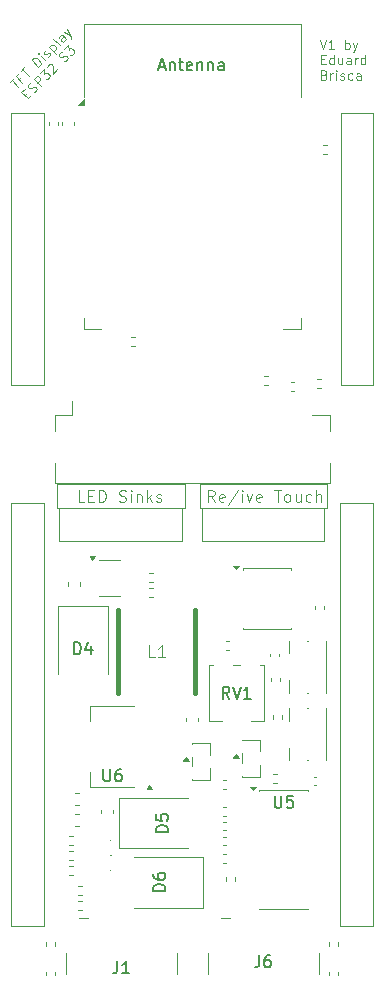
<source format=gbr>
%TF.GenerationSoftware,KiCad,Pcbnew,9.0.6*%
%TF.CreationDate,2025-12-28T21:38:09+00:00*%
%TF.ProjectId,ESP32 S3,45535033-3220-4533-932e-6b696361645f,rev?*%
%TF.SameCoordinates,Original*%
%TF.FileFunction,Legend,Top*%
%TF.FilePolarity,Positive*%
%FSLAX46Y46*%
G04 Gerber Fmt 4.6, Leading zero omitted, Abs format (unit mm)*
G04 Created by KiCad (PCBNEW 9.0.6) date 2025-12-28 21:38:09*
%MOMM*%
%LPD*%
G01*
G04 APERTURE LIST*
%ADD10C,0.100000*%
%ADD11C,0.150000*%
%ADD12C,0.120000*%
%ADD13C,0.400000*%
G04 APERTURE END LIST*
D10*
X104650000Y-94600000D02*
X107450000Y-94600000D01*
X107450000Y-117700000D01*
X104650000Y-117700000D01*
X104650000Y-94600000D01*
X132600000Y-94600000D02*
X135350000Y-94600000D01*
X135350000Y-117700000D01*
X132600000Y-117700000D01*
X132600000Y-94600000D01*
X108570000Y-126035000D02*
X119365000Y-126035000D01*
X119365000Y-128100000D01*
X108570000Y-128100000D01*
X108570000Y-126035000D01*
X120635000Y-126035000D02*
X131430000Y-126035000D01*
X131430000Y-128100000D01*
X120635000Y-128100000D01*
X120635000Y-126035000D01*
X104650000Y-127650000D02*
X107450000Y-127650000D01*
X107450000Y-163450000D01*
X104650000Y-163450000D01*
X104650000Y-127650000D01*
X120800000Y-128100000D02*
X131200000Y-128100000D01*
X131200000Y-130900000D01*
X120800000Y-130900000D01*
X120800000Y-128100000D01*
X108750000Y-128100000D02*
X119150000Y-128100000D01*
X119150000Y-130900000D01*
X108750000Y-130900000D01*
X108750000Y-128100000D01*
X132550000Y-127650000D02*
X135350000Y-127650000D01*
X135350000Y-163450000D01*
X132550000Y-163450000D01*
X132550000Y-127650000D01*
X130791979Y-88420985D02*
X131058646Y-89220985D01*
X131058646Y-89220985D02*
X131325312Y-88420985D01*
X132011026Y-89220985D02*
X131553883Y-89220985D01*
X131782455Y-89220985D02*
X131782455Y-88420985D01*
X131782455Y-88420985D02*
X131706264Y-88535270D01*
X131706264Y-88535270D02*
X131630074Y-88611461D01*
X131630074Y-88611461D02*
X131553883Y-88649556D01*
X132963408Y-89220985D02*
X132963408Y-88420985D01*
X132963408Y-88725747D02*
X133039598Y-88687651D01*
X133039598Y-88687651D02*
X133191979Y-88687651D01*
X133191979Y-88687651D02*
X133268170Y-88725747D01*
X133268170Y-88725747D02*
X133306265Y-88763842D01*
X133306265Y-88763842D02*
X133344360Y-88840032D01*
X133344360Y-88840032D02*
X133344360Y-89068604D01*
X133344360Y-89068604D02*
X133306265Y-89144794D01*
X133306265Y-89144794D02*
X133268170Y-89182890D01*
X133268170Y-89182890D02*
X133191979Y-89220985D01*
X133191979Y-89220985D02*
X133039598Y-89220985D01*
X133039598Y-89220985D02*
X132963408Y-89182890D01*
X133611027Y-88687651D02*
X133801503Y-89220985D01*
X133991980Y-88687651D02*
X133801503Y-89220985D01*
X133801503Y-89220985D02*
X133725313Y-89411461D01*
X133725313Y-89411461D02*
X133687218Y-89449556D01*
X133687218Y-89449556D02*
X133611027Y-89487651D01*
X130906265Y-90089892D02*
X131172931Y-90089892D01*
X131287217Y-90508940D02*
X130906265Y-90508940D01*
X130906265Y-90508940D02*
X130906265Y-89708940D01*
X130906265Y-89708940D02*
X131287217Y-89708940D01*
X131972932Y-90508940D02*
X131972932Y-89708940D01*
X131972932Y-90470845D02*
X131896741Y-90508940D01*
X131896741Y-90508940D02*
X131744360Y-90508940D01*
X131744360Y-90508940D02*
X131668170Y-90470845D01*
X131668170Y-90470845D02*
X131630075Y-90432749D01*
X131630075Y-90432749D02*
X131591979Y-90356559D01*
X131591979Y-90356559D02*
X131591979Y-90127987D01*
X131591979Y-90127987D02*
X131630075Y-90051797D01*
X131630075Y-90051797D02*
X131668170Y-90013702D01*
X131668170Y-90013702D02*
X131744360Y-89975606D01*
X131744360Y-89975606D02*
X131896741Y-89975606D01*
X131896741Y-89975606D02*
X131972932Y-90013702D01*
X132696742Y-89975606D02*
X132696742Y-90508940D01*
X132353885Y-89975606D02*
X132353885Y-90394654D01*
X132353885Y-90394654D02*
X132391980Y-90470845D01*
X132391980Y-90470845D02*
X132468170Y-90508940D01*
X132468170Y-90508940D02*
X132582456Y-90508940D01*
X132582456Y-90508940D02*
X132658647Y-90470845D01*
X132658647Y-90470845D02*
X132696742Y-90432749D01*
X133420552Y-90508940D02*
X133420552Y-90089892D01*
X133420552Y-90089892D02*
X133382457Y-90013702D01*
X133382457Y-90013702D02*
X133306266Y-89975606D01*
X133306266Y-89975606D02*
X133153885Y-89975606D01*
X133153885Y-89975606D02*
X133077695Y-90013702D01*
X133420552Y-90470845D02*
X133344361Y-90508940D01*
X133344361Y-90508940D02*
X133153885Y-90508940D01*
X133153885Y-90508940D02*
X133077695Y-90470845D01*
X133077695Y-90470845D02*
X133039599Y-90394654D01*
X133039599Y-90394654D02*
X133039599Y-90318464D01*
X133039599Y-90318464D02*
X133077695Y-90242273D01*
X133077695Y-90242273D02*
X133153885Y-90204178D01*
X133153885Y-90204178D02*
X133344361Y-90204178D01*
X133344361Y-90204178D02*
X133420552Y-90166083D01*
X133801505Y-90508940D02*
X133801505Y-89975606D01*
X133801505Y-90127987D02*
X133839600Y-90051797D01*
X133839600Y-90051797D02*
X133877695Y-90013702D01*
X133877695Y-90013702D02*
X133953886Y-89975606D01*
X133953886Y-89975606D02*
X134030076Y-89975606D01*
X134639600Y-90508940D02*
X134639600Y-89708940D01*
X134639600Y-90470845D02*
X134563409Y-90508940D01*
X134563409Y-90508940D02*
X134411028Y-90508940D01*
X134411028Y-90508940D02*
X134334838Y-90470845D01*
X134334838Y-90470845D02*
X134296743Y-90432749D01*
X134296743Y-90432749D02*
X134258647Y-90356559D01*
X134258647Y-90356559D02*
X134258647Y-90127987D01*
X134258647Y-90127987D02*
X134296743Y-90051797D01*
X134296743Y-90051797D02*
X134334838Y-90013702D01*
X134334838Y-90013702D02*
X134411028Y-89975606D01*
X134411028Y-89975606D02*
X134563409Y-89975606D01*
X134563409Y-89975606D02*
X134639600Y-90013702D01*
X131172931Y-91377847D02*
X131287217Y-91415942D01*
X131287217Y-91415942D02*
X131325312Y-91454038D01*
X131325312Y-91454038D02*
X131363408Y-91530228D01*
X131363408Y-91530228D02*
X131363408Y-91644514D01*
X131363408Y-91644514D02*
X131325312Y-91720704D01*
X131325312Y-91720704D02*
X131287217Y-91758800D01*
X131287217Y-91758800D02*
X131211027Y-91796895D01*
X131211027Y-91796895D02*
X130906265Y-91796895D01*
X130906265Y-91796895D02*
X130906265Y-90996895D01*
X130906265Y-90996895D02*
X131172931Y-90996895D01*
X131172931Y-90996895D02*
X131249122Y-91034990D01*
X131249122Y-91034990D02*
X131287217Y-91073085D01*
X131287217Y-91073085D02*
X131325312Y-91149276D01*
X131325312Y-91149276D02*
X131325312Y-91225466D01*
X131325312Y-91225466D02*
X131287217Y-91301657D01*
X131287217Y-91301657D02*
X131249122Y-91339752D01*
X131249122Y-91339752D02*
X131172931Y-91377847D01*
X131172931Y-91377847D02*
X130906265Y-91377847D01*
X131706265Y-91796895D02*
X131706265Y-91263561D01*
X131706265Y-91415942D02*
X131744360Y-91339752D01*
X131744360Y-91339752D02*
X131782455Y-91301657D01*
X131782455Y-91301657D02*
X131858646Y-91263561D01*
X131858646Y-91263561D02*
X131934836Y-91263561D01*
X132201503Y-91796895D02*
X132201503Y-91263561D01*
X132201503Y-90996895D02*
X132163407Y-91034990D01*
X132163407Y-91034990D02*
X132201503Y-91073085D01*
X132201503Y-91073085D02*
X132239598Y-91034990D01*
X132239598Y-91034990D02*
X132201503Y-90996895D01*
X132201503Y-90996895D02*
X132201503Y-91073085D01*
X132544359Y-91758800D02*
X132620550Y-91796895D01*
X132620550Y-91796895D02*
X132772931Y-91796895D01*
X132772931Y-91796895D02*
X132849121Y-91758800D01*
X132849121Y-91758800D02*
X132887217Y-91682609D01*
X132887217Y-91682609D02*
X132887217Y-91644514D01*
X132887217Y-91644514D02*
X132849121Y-91568323D01*
X132849121Y-91568323D02*
X132772931Y-91530228D01*
X132772931Y-91530228D02*
X132658645Y-91530228D01*
X132658645Y-91530228D02*
X132582455Y-91492133D01*
X132582455Y-91492133D02*
X132544359Y-91415942D01*
X132544359Y-91415942D02*
X132544359Y-91377847D01*
X132544359Y-91377847D02*
X132582455Y-91301657D01*
X132582455Y-91301657D02*
X132658645Y-91263561D01*
X132658645Y-91263561D02*
X132772931Y-91263561D01*
X132772931Y-91263561D02*
X132849121Y-91301657D01*
X133572931Y-91758800D02*
X133496740Y-91796895D01*
X133496740Y-91796895D02*
X133344359Y-91796895D01*
X133344359Y-91796895D02*
X133268169Y-91758800D01*
X133268169Y-91758800D02*
X133230074Y-91720704D01*
X133230074Y-91720704D02*
X133191978Y-91644514D01*
X133191978Y-91644514D02*
X133191978Y-91415942D01*
X133191978Y-91415942D02*
X133230074Y-91339752D01*
X133230074Y-91339752D02*
X133268169Y-91301657D01*
X133268169Y-91301657D02*
X133344359Y-91263561D01*
X133344359Y-91263561D02*
X133496740Y-91263561D01*
X133496740Y-91263561D02*
X133572931Y-91301657D01*
X134258645Y-91796895D02*
X134258645Y-91377847D01*
X134258645Y-91377847D02*
X134220550Y-91301657D01*
X134220550Y-91301657D02*
X134144359Y-91263561D01*
X134144359Y-91263561D02*
X133991978Y-91263561D01*
X133991978Y-91263561D02*
X133915788Y-91301657D01*
X134258645Y-91758800D02*
X134182454Y-91796895D01*
X134182454Y-91796895D02*
X133991978Y-91796895D01*
X133991978Y-91796895D02*
X133915788Y-91758800D01*
X133915788Y-91758800D02*
X133877692Y-91682609D01*
X133877692Y-91682609D02*
X133877692Y-91606419D01*
X133877692Y-91606419D02*
X133915788Y-91530228D01*
X133915788Y-91530228D02*
X133991978Y-91492133D01*
X133991978Y-91492133D02*
X134182454Y-91492133D01*
X134182454Y-91492133D02*
X134258645Y-91454038D01*
X121891312Y-127558419D02*
X121557979Y-127082228D01*
X121319884Y-127558419D02*
X121319884Y-126558419D01*
X121319884Y-126558419D02*
X121700836Y-126558419D01*
X121700836Y-126558419D02*
X121796074Y-126606038D01*
X121796074Y-126606038D02*
X121843693Y-126653657D01*
X121843693Y-126653657D02*
X121891312Y-126748895D01*
X121891312Y-126748895D02*
X121891312Y-126891752D01*
X121891312Y-126891752D02*
X121843693Y-126986990D01*
X121843693Y-126986990D02*
X121796074Y-127034609D01*
X121796074Y-127034609D02*
X121700836Y-127082228D01*
X121700836Y-127082228D02*
X121319884Y-127082228D01*
X122700836Y-127510800D02*
X122605598Y-127558419D01*
X122605598Y-127558419D02*
X122415122Y-127558419D01*
X122415122Y-127558419D02*
X122319884Y-127510800D01*
X122319884Y-127510800D02*
X122272265Y-127415561D01*
X122272265Y-127415561D02*
X122272265Y-127034609D01*
X122272265Y-127034609D02*
X122319884Y-126939371D01*
X122319884Y-126939371D02*
X122415122Y-126891752D01*
X122415122Y-126891752D02*
X122605598Y-126891752D01*
X122605598Y-126891752D02*
X122700836Y-126939371D01*
X122700836Y-126939371D02*
X122748455Y-127034609D01*
X122748455Y-127034609D02*
X122748455Y-127129847D01*
X122748455Y-127129847D02*
X122272265Y-127225085D01*
X123891312Y-126510800D02*
X123034170Y-127796514D01*
X124224646Y-127558419D02*
X124224646Y-126891752D01*
X124224646Y-126558419D02*
X124177027Y-126606038D01*
X124177027Y-126606038D02*
X124224646Y-126653657D01*
X124224646Y-126653657D02*
X124272265Y-126606038D01*
X124272265Y-126606038D02*
X124224646Y-126558419D01*
X124224646Y-126558419D02*
X124224646Y-126653657D01*
X124605598Y-126891752D02*
X124843693Y-127558419D01*
X124843693Y-127558419D02*
X125081788Y-126891752D01*
X125843693Y-127510800D02*
X125748455Y-127558419D01*
X125748455Y-127558419D02*
X125557979Y-127558419D01*
X125557979Y-127558419D02*
X125462741Y-127510800D01*
X125462741Y-127510800D02*
X125415122Y-127415561D01*
X125415122Y-127415561D02*
X125415122Y-127034609D01*
X125415122Y-127034609D02*
X125462741Y-126939371D01*
X125462741Y-126939371D02*
X125557979Y-126891752D01*
X125557979Y-126891752D02*
X125748455Y-126891752D01*
X125748455Y-126891752D02*
X125843693Y-126939371D01*
X125843693Y-126939371D02*
X125891312Y-127034609D01*
X125891312Y-127034609D02*
X125891312Y-127129847D01*
X125891312Y-127129847D02*
X125415122Y-127225085D01*
X126938932Y-126558419D02*
X127510360Y-126558419D01*
X127224646Y-127558419D02*
X127224646Y-126558419D01*
X127986551Y-127558419D02*
X127891313Y-127510800D01*
X127891313Y-127510800D02*
X127843694Y-127463180D01*
X127843694Y-127463180D02*
X127796075Y-127367942D01*
X127796075Y-127367942D02*
X127796075Y-127082228D01*
X127796075Y-127082228D02*
X127843694Y-126986990D01*
X127843694Y-126986990D02*
X127891313Y-126939371D01*
X127891313Y-126939371D02*
X127986551Y-126891752D01*
X127986551Y-126891752D02*
X128129408Y-126891752D01*
X128129408Y-126891752D02*
X128224646Y-126939371D01*
X128224646Y-126939371D02*
X128272265Y-126986990D01*
X128272265Y-126986990D02*
X128319884Y-127082228D01*
X128319884Y-127082228D02*
X128319884Y-127367942D01*
X128319884Y-127367942D02*
X128272265Y-127463180D01*
X128272265Y-127463180D02*
X128224646Y-127510800D01*
X128224646Y-127510800D02*
X128129408Y-127558419D01*
X128129408Y-127558419D02*
X127986551Y-127558419D01*
X129177027Y-126891752D02*
X129177027Y-127558419D01*
X128748456Y-126891752D02*
X128748456Y-127415561D01*
X128748456Y-127415561D02*
X128796075Y-127510800D01*
X128796075Y-127510800D02*
X128891313Y-127558419D01*
X128891313Y-127558419D02*
X129034170Y-127558419D01*
X129034170Y-127558419D02*
X129129408Y-127510800D01*
X129129408Y-127510800D02*
X129177027Y-127463180D01*
X130081789Y-127510800D02*
X129986551Y-127558419D01*
X129986551Y-127558419D02*
X129796075Y-127558419D01*
X129796075Y-127558419D02*
X129700837Y-127510800D01*
X129700837Y-127510800D02*
X129653218Y-127463180D01*
X129653218Y-127463180D02*
X129605599Y-127367942D01*
X129605599Y-127367942D02*
X129605599Y-127082228D01*
X129605599Y-127082228D02*
X129653218Y-126986990D01*
X129653218Y-126986990D02*
X129700837Y-126939371D01*
X129700837Y-126939371D02*
X129796075Y-126891752D01*
X129796075Y-126891752D02*
X129986551Y-126891752D01*
X129986551Y-126891752D02*
X130081789Y-126939371D01*
X130510361Y-127558419D02*
X130510361Y-126558419D01*
X130938932Y-127558419D02*
X130938932Y-127034609D01*
X130938932Y-127034609D02*
X130891313Y-126939371D01*
X130891313Y-126939371D02*
X130796075Y-126891752D01*
X130796075Y-126891752D02*
X130653218Y-126891752D01*
X130653218Y-126891752D02*
X130557980Y-126939371D01*
X130557980Y-126939371D02*
X130510361Y-126986990D01*
X110874074Y-127558419D02*
X110397884Y-127558419D01*
X110397884Y-127558419D02*
X110397884Y-126558419D01*
X111207408Y-127034609D02*
X111540741Y-127034609D01*
X111683598Y-127558419D02*
X111207408Y-127558419D01*
X111207408Y-127558419D02*
X111207408Y-126558419D01*
X111207408Y-126558419D02*
X111683598Y-126558419D01*
X112112170Y-127558419D02*
X112112170Y-126558419D01*
X112112170Y-126558419D02*
X112350265Y-126558419D01*
X112350265Y-126558419D02*
X112493122Y-126606038D01*
X112493122Y-126606038D02*
X112588360Y-126701276D01*
X112588360Y-126701276D02*
X112635979Y-126796514D01*
X112635979Y-126796514D02*
X112683598Y-126986990D01*
X112683598Y-126986990D02*
X112683598Y-127129847D01*
X112683598Y-127129847D02*
X112635979Y-127320323D01*
X112635979Y-127320323D02*
X112588360Y-127415561D01*
X112588360Y-127415561D02*
X112493122Y-127510800D01*
X112493122Y-127510800D02*
X112350265Y-127558419D01*
X112350265Y-127558419D02*
X112112170Y-127558419D01*
X113826456Y-127510800D02*
X113969313Y-127558419D01*
X113969313Y-127558419D02*
X114207408Y-127558419D01*
X114207408Y-127558419D02*
X114302646Y-127510800D01*
X114302646Y-127510800D02*
X114350265Y-127463180D01*
X114350265Y-127463180D02*
X114397884Y-127367942D01*
X114397884Y-127367942D02*
X114397884Y-127272704D01*
X114397884Y-127272704D02*
X114350265Y-127177466D01*
X114350265Y-127177466D02*
X114302646Y-127129847D01*
X114302646Y-127129847D02*
X114207408Y-127082228D01*
X114207408Y-127082228D02*
X114016932Y-127034609D01*
X114016932Y-127034609D02*
X113921694Y-126986990D01*
X113921694Y-126986990D02*
X113874075Y-126939371D01*
X113874075Y-126939371D02*
X113826456Y-126844133D01*
X113826456Y-126844133D02*
X113826456Y-126748895D01*
X113826456Y-126748895D02*
X113874075Y-126653657D01*
X113874075Y-126653657D02*
X113921694Y-126606038D01*
X113921694Y-126606038D02*
X114016932Y-126558419D01*
X114016932Y-126558419D02*
X114255027Y-126558419D01*
X114255027Y-126558419D02*
X114397884Y-126606038D01*
X114826456Y-127558419D02*
X114826456Y-126891752D01*
X114826456Y-126558419D02*
X114778837Y-126606038D01*
X114778837Y-126606038D02*
X114826456Y-126653657D01*
X114826456Y-126653657D02*
X114874075Y-126606038D01*
X114874075Y-126606038D02*
X114826456Y-126558419D01*
X114826456Y-126558419D02*
X114826456Y-126653657D01*
X115302646Y-126891752D02*
X115302646Y-127558419D01*
X115302646Y-126986990D02*
X115350265Y-126939371D01*
X115350265Y-126939371D02*
X115445503Y-126891752D01*
X115445503Y-126891752D02*
X115588360Y-126891752D01*
X115588360Y-126891752D02*
X115683598Y-126939371D01*
X115683598Y-126939371D02*
X115731217Y-127034609D01*
X115731217Y-127034609D02*
X115731217Y-127558419D01*
X116207408Y-127558419D02*
X116207408Y-126558419D01*
X116302646Y-127177466D02*
X116588360Y-127558419D01*
X116588360Y-126891752D02*
X116207408Y-127272704D01*
X116969313Y-127510800D02*
X117064551Y-127558419D01*
X117064551Y-127558419D02*
X117255027Y-127558419D01*
X117255027Y-127558419D02*
X117350265Y-127510800D01*
X117350265Y-127510800D02*
X117397884Y-127415561D01*
X117397884Y-127415561D02*
X117397884Y-127367942D01*
X117397884Y-127367942D02*
X117350265Y-127272704D01*
X117350265Y-127272704D02*
X117255027Y-127225085D01*
X117255027Y-127225085D02*
X117112170Y-127225085D01*
X117112170Y-127225085D02*
X117016932Y-127177466D01*
X117016932Y-127177466D02*
X116969313Y-127082228D01*
X116969313Y-127082228D02*
X116969313Y-127034609D01*
X116969313Y-127034609D02*
X117016932Y-126939371D01*
X117016932Y-126939371D02*
X117112170Y-126891752D01*
X117112170Y-126891752D02*
X117255027Y-126891752D01*
X117255027Y-126891752D02*
X117350265Y-126939371D01*
X104551081Y-92000291D02*
X104874329Y-91677043D01*
X105278390Y-92404352D02*
X104712705Y-91838667D01*
X105520827Y-91569293D02*
X105332265Y-91757855D01*
X105628577Y-92054166D02*
X105062891Y-91488481D01*
X105062891Y-91488481D02*
X105332265Y-91219107D01*
X105466952Y-91084420D02*
X105790201Y-90761171D01*
X106194262Y-91488481D02*
X105628577Y-90922795D01*
X106975447Y-90707296D02*
X106409762Y-90141610D01*
X106409762Y-90141610D02*
X106544449Y-90006923D01*
X106544449Y-90006923D02*
X106652198Y-89953049D01*
X106652198Y-89953049D02*
X106759948Y-89953049D01*
X106759948Y-89953049D02*
X106840760Y-89979986D01*
X106840760Y-89979986D02*
X106975447Y-90060798D01*
X106975447Y-90060798D02*
X107056259Y-90141610D01*
X107056259Y-90141610D02*
X107137071Y-90276297D01*
X107137071Y-90276297D02*
X107164009Y-90357110D01*
X107164009Y-90357110D02*
X107164009Y-90464859D01*
X107164009Y-90464859D02*
X107110134Y-90572609D01*
X107110134Y-90572609D02*
X106975447Y-90707296D01*
X107541132Y-90141610D02*
X107164009Y-89764487D01*
X106975447Y-89575925D02*
X106975447Y-89629800D01*
X106975447Y-89629800D02*
X107029322Y-89629800D01*
X107029322Y-89629800D02*
X107029322Y-89575925D01*
X107029322Y-89575925D02*
X106975447Y-89575925D01*
X106975447Y-89575925D02*
X107029322Y-89629800D01*
X107756631Y-89872237D02*
X107837444Y-89845299D01*
X107837444Y-89845299D02*
X107945193Y-89737550D01*
X107945193Y-89737550D02*
X107972131Y-89656738D01*
X107972131Y-89656738D02*
X107945193Y-89575925D01*
X107945193Y-89575925D02*
X107918256Y-89548988D01*
X107918256Y-89548988D02*
X107837444Y-89522051D01*
X107837444Y-89522051D02*
X107756631Y-89548988D01*
X107756631Y-89548988D02*
X107675819Y-89629800D01*
X107675819Y-89629800D02*
X107595007Y-89656738D01*
X107595007Y-89656738D02*
X107514195Y-89629800D01*
X107514195Y-89629800D02*
X107487257Y-89602863D01*
X107487257Y-89602863D02*
X107460320Y-89522051D01*
X107460320Y-89522051D02*
X107487257Y-89441238D01*
X107487257Y-89441238D02*
X107568070Y-89360426D01*
X107568070Y-89360426D02*
X107648882Y-89333489D01*
X107891318Y-89037177D02*
X108457004Y-89602863D01*
X107918256Y-89064115D02*
X107945193Y-88983303D01*
X107945193Y-88983303D02*
X108052943Y-88875553D01*
X108052943Y-88875553D02*
X108133755Y-88848616D01*
X108133755Y-88848616D02*
X108187630Y-88848616D01*
X108187630Y-88848616D02*
X108268442Y-88875553D01*
X108268442Y-88875553D02*
X108430066Y-89037177D01*
X108430066Y-89037177D02*
X108457004Y-89117990D01*
X108457004Y-89117990D02*
X108457004Y-89171864D01*
X108457004Y-89171864D02*
X108430066Y-89252677D01*
X108430066Y-89252677D02*
X108322317Y-89360426D01*
X108322317Y-89360426D02*
X108241505Y-89387364D01*
X108861065Y-88821678D02*
X108780253Y-88848615D01*
X108780253Y-88848615D02*
X108699441Y-88821678D01*
X108699441Y-88821678D02*
X108214567Y-88336805D01*
X109319001Y-88363742D02*
X109022690Y-88067430D01*
X109022690Y-88067430D02*
X108941878Y-88040493D01*
X108941878Y-88040493D02*
X108861065Y-88067430D01*
X108861065Y-88067430D02*
X108753316Y-88175180D01*
X108753316Y-88175180D02*
X108726378Y-88255992D01*
X109292064Y-88336804D02*
X109265126Y-88417616D01*
X109265126Y-88417616D02*
X109130439Y-88552303D01*
X109130439Y-88552303D02*
X109049627Y-88579241D01*
X109049627Y-88579241D02*
X108968815Y-88552303D01*
X108968815Y-88552303D02*
X108914940Y-88498429D01*
X108914940Y-88498429D02*
X108888003Y-88417616D01*
X108888003Y-88417616D02*
X108914940Y-88336804D01*
X108914940Y-88336804D02*
X109049627Y-88202117D01*
X109049627Y-88202117D02*
X109076565Y-88121305D01*
X109157377Y-87771119D02*
X109669188Y-88013555D01*
X109426751Y-87501745D02*
X109669188Y-88013555D01*
X109669188Y-88013555D02*
X109750000Y-88202117D01*
X109750000Y-88202117D02*
X109750000Y-88255992D01*
X109750000Y-88255992D02*
X109723063Y-88336804D01*
X105811989Y-93099575D02*
X106000551Y-92911013D01*
X106377674Y-93126513D02*
X106108300Y-93395887D01*
X106108300Y-93395887D02*
X105542615Y-92830201D01*
X105542615Y-92830201D02*
X105811989Y-92560827D01*
X106566236Y-92884076D02*
X106673986Y-92830201D01*
X106673986Y-92830201D02*
X106808673Y-92695514D01*
X106808673Y-92695514D02*
X106835610Y-92614702D01*
X106835610Y-92614702D02*
X106835610Y-92560827D01*
X106835610Y-92560827D02*
X106808673Y-92480015D01*
X106808673Y-92480015D02*
X106754798Y-92426140D01*
X106754798Y-92426140D02*
X106673986Y-92399202D01*
X106673986Y-92399202D02*
X106620111Y-92399202D01*
X106620111Y-92399202D02*
X106539299Y-92426140D01*
X106539299Y-92426140D02*
X106404612Y-92506952D01*
X106404612Y-92506952D02*
X106323800Y-92533889D01*
X106323800Y-92533889D02*
X106269925Y-92533889D01*
X106269925Y-92533889D02*
X106189113Y-92506952D01*
X106189113Y-92506952D02*
X106135238Y-92453077D01*
X106135238Y-92453077D02*
X106108301Y-92372265D01*
X106108301Y-92372265D02*
X106108301Y-92318390D01*
X106108301Y-92318390D02*
X106135238Y-92237578D01*
X106135238Y-92237578D02*
X106269925Y-92102891D01*
X106269925Y-92102891D02*
X106377675Y-92049016D01*
X107158859Y-92345327D02*
X106593174Y-91779642D01*
X106593174Y-91779642D02*
X106808673Y-91564143D01*
X106808673Y-91564143D02*
X106889485Y-91537205D01*
X106889485Y-91537205D02*
X106943360Y-91537205D01*
X106943360Y-91537205D02*
X107024172Y-91564143D01*
X107024172Y-91564143D02*
X107104985Y-91644955D01*
X107104985Y-91644955D02*
X107131922Y-91725767D01*
X107131922Y-91725767D02*
X107131922Y-91779642D01*
X107131922Y-91779642D02*
X107104985Y-91860454D01*
X107104985Y-91860454D02*
X106889485Y-92075953D01*
X107104985Y-91267831D02*
X107455171Y-90917645D01*
X107455171Y-90917645D02*
X107482108Y-91321706D01*
X107482108Y-91321706D02*
X107562920Y-91240894D01*
X107562920Y-91240894D02*
X107643733Y-91213957D01*
X107643733Y-91213957D02*
X107697607Y-91213957D01*
X107697607Y-91213957D02*
X107778420Y-91240894D01*
X107778420Y-91240894D02*
X107913107Y-91375581D01*
X107913107Y-91375581D02*
X107940044Y-91456393D01*
X107940044Y-91456393D02*
X107940044Y-91510268D01*
X107940044Y-91510268D02*
X107913107Y-91591080D01*
X107913107Y-91591080D02*
X107751482Y-91752705D01*
X107751482Y-91752705D02*
X107670670Y-91779642D01*
X107670670Y-91779642D02*
X107616795Y-91779642D01*
X107724545Y-90756021D02*
X107724545Y-90702146D01*
X107724545Y-90702146D02*
X107751482Y-90621334D01*
X107751482Y-90621334D02*
X107886169Y-90486647D01*
X107886169Y-90486647D02*
X107966982Y-90459709D01*
X107966982Y-90459709D02*
X108020856Y-90459709D01*
X108020856Y-90459709D02*
X108101669Y-90486647D01*
X108101669Y-90486647D02*
X108155543Y-90540521D01*
X108155543Y-90540521D02*
X108209418Y-90648271D01*
X108209418Y-90648271D02*
X108209418Y-91294769D01*
X108209418Y-91294769D02*
X108559604Y-90944582D01*
X109179165Y-90271147D02*
X109286915Y-90217272D01*
X109286915Y-90217272D02*
X109421602Y-90082585D01*
X109421602Y-90082585D02*
X109448539Y-90001773D01*
X109448539Y-90001773D02*
X109448539Y-89947898D01*
X109448539Y-89947898D02*
X109421602Y-89867086D01*
X109421602Y-89867086D02*
X109367727Y-89813211D01*
X109367727Y-89813211D02*
X109286915Y-89786274D01*
X109286915Y-89786274D02*
X109233040Y-89786274D01*
X109233040Y-89786274D02*
X109152228Y-89813211D01*
X109152228Y-89813211D02*
X109017541Y-89894023D01*
X109017541Y-89894023D02*
X108936728Y-89920961D01*
X108936728Y-89920961D02*
X108882854Y-89920961D01*
X108882854Y-89920961D02*
X108802041Y-89894023D01*
X108802041Y-89894023D02*
X108748167Y-89840149D01*
X108748167Y-89840149D02*
X108721229Y-89759336D01*
X108721229Y-89759336D02*
X108721229Y-89705462D01*
X108721229Y-89705462D02*
X108748167Y-89624649D01*
X108748167Y-89624649D02*
X108882854Y-89489962D01*
X108882854Y-89489962D02*
X108990603Y-89436088D01*
X109152228Y-89220588D02*
X109502414Y-88870402D01*
X109502414Y-88870402D02*
X109529351Y-89274463D01*
X109529351Y-89274463D02*
X109610164Y-89193651D01*
X109610164Y-89193651D02*
X109690976Y-89166713D01*
X109690976Y-89166713D02*
X109744851Y-89166713D01*
X109744851Y-89166713D02*
X109825663Y-89193651D01*
X109825663Y-89193651D02*
X109960350Y-89328338D01*
X109960350Y-89328338D02*
X109987287Y-89409150D01*
X109987287Y-89409150D02*
X109987287Y-89463025D01*
X109987287Y-89463025D02*
X109960350Y-89543837D01*
X109960350Y-89543837D02*
X109798725Y-89705461D01*
X109798725Y-89705461D02*
X109717913Y-89732399D01*
X109717913Y-89732399D02*
X109664038Y-89732399D01*
D11*
X126988095Y-152454819D02*
X126988095Y-153264342D01*
X126988095Y-153264342D02*
X127035714Y-153359580D01*
X127035714Y-153359580D02*
X127083333Y-153407200D01*
X127083333Y-153407200D02*
X127178571Y-153454819D01*
X127178571Y-153454819D02*
X127369047Y-153454819D01*
X127369047Y-153454819D02*
X127464285Y-153407200D01*
X127464285Y-153407200D02*
X127511904Y-153359580D01*
X127511904Y-153359580D02*
X127559523Y-153264342D01*
X127559523Y-153264342D02*
X127559523Y-152454819D01*
X128511904Y-152454819D02*
X128035714Y-152454819D01*
X128035714Y-152454819D02*
X127988095Y-152931009D01*
X127988095Y-152931009D02*
X128035714Y-152883390D01*
X128035714Y-152883390D02*
X128130952Y-152835771D01*
X128130952Y-152835771D02*
X128369047Y-152835771D01*
X128369047Y-152835771D02*
X128464285Y-152883390D01*
X128464285Y-152883390D02*
X128511904Y-152931009D01*
X128511904Y-152931009D02*
X128559523Y-153026247D01*
X128559523Y-153026247D02*
X128559523Y-153264342D01*
X128559523Y-153264342D02*
X128511904Y-153359580D01*
X128511904Y-153359580D02*
X128464285Y-153407200D01*
X128464285Y-153407200D02*
X128369047Y-153454819D01*
X128369047Y-153454819D02*
X128130952Y-153454819D01*
X128130952Y-153454819D02*
X128035714Y-153407200D01*
X128035714Y-153407200D02*
X127988095Y-153359580D01*
X117704819Y-160488094D02*
X116704819Y-160488094D01*
X116704819Y-160488094D02*
X116704819Y-160249999D01*
X116704819Y-160249999D02*
X116752438Y-160107142D01*
X116752438Y-160107142D02*
X116847676Y-160011904D01*
X116847676Y-160011904D02*
X116942914Y-159964285D01*
X116942914Y-159964285D02*
X117133390Y-159916666D01*
X117133390Y-159916666D02*
X117276247Y-159916666D01*
X117276247Y-159916666D02*
X117466723Y-159964285D01*
X117466723Y-159964285D02*
X117561961Y-160011904D01*
X117561961Y-160011904D02*
X117657200Y-160107142D01*
X117657200Y-160107142D02*
X117704819Y-160249999D01*
X117704819Y-160249999D02*
X117704819Y-160488094D01*
X116704819Y-159059523D02*
X116704819Y-159249999D01*
X116704819Y-159249999D02*
X116752438Y-159345237D01*
X116752438Y-159345237D02*
X116800057Y-159392856D01*
X116800057Y-159392856D02*
X116942914Y-159488094D01*
X116942914Y-159488094D02*
X117133390Y-159535713D01*
X117133390Y-159535713D02*
X117514342Y-159535713D01*
X117514342Y-159535713D02*
X117609580Y-159488094D01*
X117609580Y-159488094D02*
X117657200Y-159440475D01*
X117657200Y-159440475D02*
X117704819Y-159345237D01*
X117704819Y-159345237D02*
X117704819Y-159154761D01*
X117704819Y-159154761D02*
X117657200Y-159059523D01*
X117657200Y-159059523D02*
X117609580Y-159011904D01*
X117609580Y-159011904D02*
X117514342Y-158964285D01*
X117514342Y-158964285D02*
X117276247Y-158964285D01*
X117276247Y-158964285D02*
X117181009Y-159011904D01*
X117181009Y-159011904D02*
X117133390Y-159059523D01*
X117133390Y-159059523D02*
X117085771Y-159154761D01*
X117085771Y-159154761D02*
X117085771Y-159345237D01*
X117085771Y-159345237D02*
X117133390Y-159440475D01*
X117133390Y-159440475D02*
X117181009Y-159488094D01*
X117181009Y-159488094D02*
X117276247Y-159535713D01*
X113666666Y-166454819D02*
X113666666Y-167169104D01*
X113666666Y-167169104D02*
X113619047Y-167311961D01*
X113619047Y-167311961D02*
X113523809Y-167407200D01*
X113523809Y-167407200D02*
X113380952Y-167454819D01*
X113380952Y-167454819D02*
X113285714Y-167454819D01*
X114666666Y-167454819D02*
X114095238Y-167454819D01*
X114380952Y-167454819D02*
X114380952Y-166454819D01*
X114380952Y-166454819D02*
X114285714Y-166597676D01*
X114285714Y-166597676D02*
X114190476Y-166692914D01*
X114190476Y-166692914D02*
X114095238Y-166740533D01*
X123154761Y-144204819D02*
X122821428Y-143728628D01*
X122583333Y-144204819D02*
X122583333Y-143204819D01*
X122583333Y-143204819D02*
X122964285Y-143204819D01*
X122964285Y-143204819D02*
X123059523Y-143252438D01*
X123059523Y-143252438D02*
X123107142Y-143300057D01*
X123107142Y-143300057D02*
X123154761Y-143395295D01*
X123154761Y-143395295D02*
X123154761Y-143538152D01*
X123154761Y-143538152D02*
X123107142Y-143633390D01*
X123107142Y-143633390D02*
X123059523Y-143681009D01*
X123059523Y-143681009D02*
X122964285Y-143728628D01*
X122964285Y-143728628D02*
X122583333Y-143728628D01*
X123440476Y-143204819D02*
X123773809Y-144204819D01*
X123773809Y-144204819D02*
X124107142Y-143204819D01*
X124964285Y-144204819D02*
X124392857Y-144204819D01*
X124678571Y-144204819D02*
X124678571Y-143204819D01*
X124678571Y-143204819D02*
X124583333Y-143347676D01*
X124583333Y-143347676D02*
X124488095Y-143442914D01*
X124488095Y-143442914D02*
X124392857Y-143490533D01*
X112488095Y-150204819D02*
X112488095Y-151014342D01*
X112488095Y-151014342D02*
X112535714Y-151109580D01*
X112535714Y-151109580D02*
X112583333Y-151157200D01*
X112583333Y-151157200D02*
X112678571Y-151204819D01*
X112678571Y-151204819D02*
X112869047Y-151204819D01*
X112869047Y-151204819D02*
X112964285Y-151157200D01*
X112964285Y-151157200D02*
X113011904Y-151109580D01*
X113011904Y-151109580D02*
X113059523Y-151014342D01*
X113059523Y-151014342D02*
X113059523Y-150204819D01*
X113964285Y-150204819D02*
X113773809Y-150204819D01*
X113773809Y-150204819D02*
X113678571Y-150252438D01*
X113678571Y-150252438D02*
X113630952Y-150300057D01*
X113630952Y-150300057D02*
X113535714Y-150442914D01*
X113535714Y-150442914D02*
X113488095Y-150633390D01*
X113488095Y-150633390D02*
X113488095Y-151014342D01*
X113488095Y-151014342D02*
X113535714Y-151109580D01*
X113535714Y-151109580D02*
X113583333Y-151157200D01*
X113583333Y-151157200D02*
X113678571Y-151204819D01*
X113678571Y-151204819D02*
X113869047Y-151204819D01*
X113869047Y-151204819D02*
X113964285Y-151157200D01*
X113964285Y-151157200D02*
X114011904Y-151109580D01*
X114011904Y-151109580D02*
X114059523Y-151014342D01*
X114059523Y-151014342D02*
X114059523Y-150776247D01*
X114059523Y-150776247D02*
X114011904Y-150681009D01*
X114011904Y-150681009D02*
X113964285Y-150633390D01*
X113964285Y-150633390D02*
X113869047Y-150585771D01*
X113869047Y-150585771D02*
X113678571Y-150585771D01*
X113678571Y-150585771D02*
X113583333Y-150633390D01*
X113583333Y-150633390D02*
X113535714Y-150681009D01*
X113535714Y-150681009D02*
X113488095Y-150776247D01*
X117188095Y-90729104D02*
X117664285Y-90729104D01*
X117092857Y-91014819D02*
X117426190Y-90014819D01*
X117426190Y-90014819D02*
X117759523Y-91014819D01*
X118092857Y-90348152D02*
X118092857Y-91014819D01*
X118092857Y-90443390D02*
X118140476Y-90395771D01*
X118140476Y-90395771D02*
X118235714Y-90348152D01*
X118235714Y-90348152D02*
X118378571Y-90348152D01*
X118378571Y-90348152D02*
X118473809Y-90395771D01*
X118473809Y-90395771D02*
X118521428Y-90491009D01*
X118521428Y-90491009D02*
X118521428Y-91014819D01*
X118854762Y-90348152D02*
X119235714Y-90348152D01*
X118997619Y-90014819D02*
X118997619Y-90871961D01*
X118997619Y-90871961D02*
X119045238Y-90967200D01*
X119045238Y-90967200D02*
X119140476Y-91014819D01*
X119140476Y-91014819D02*
X119235714Y-91014819D01*
X119950000Y-90967200D02*
X119854762Y-91014819D01*
X119854762Y-91014819D02*
X119664286Y-91014819D01*
X119664286Y-91014819D02*
X119569048Y-90967200D01*
X119569048Y-90967200D02*
X119521429Y-90871961D01*
X119521429Y-90871961D02*
X119521429Y-90491009D01*
X119521429Y-90491009D02*
X119569048Y-90395771D01*
X119569048Y-90395771D02*
X119664286Y-90348152D01*
X119664286Y-90348152D02*
X119854762Y-90348152D01*
X119854762Y-90348152D02*
X119950000Y-90395771D01*
X119950000Y-90395771D02*
X119997619Y-90491009D01*
X119997619Y-90491009D02*
X119997619Y-90586247D01*
X119997619Y-90586247D02*
X119521429Y-90681485D01*
X120426191Y-90348152D02*
X120426191Y-91014819D01*
X120426191Y-90443390D02*
X120473810Y-90395771D01*
X120473810Y-90395771D02*
X120569048Y-90348152D01*
X120569048Y-90348152D02*
X120711905Y-90348152D01*
X120711905Y-90348152D02*
X120807143Y-90395771D01*
X120807143Y-90395771D02*
X120854762Y-90491009D01*
X120854762Y-90491009D02*
X120854762Y-91014819D01*
X121330953Y-90348152D02*
X121330953Y-91014819D01*
X121330953Y-90443390D02*
X121378572Y-90395771D01*
X121378572Y-90395771D02*
X121473810Y-90348152D01*
X121473810Y-90348152D02*
X121616667Y-90348152D01*
X121616667Y-90348152D02*
X121711905Y-90395771D01*
X121711905Y-90395771D02*
X121759524Y-90491009D01*
X121759524Y-90491009D02*
X121759524Y-91014819D01*
X122664286Y-91014819D02*
X122664286Y-90491009D01*
X122664286Y-90491009D02*
X122616667Y-90395771D01*
X122616667Y-90395771D02*
X122521429Y-90348152D01*
X122521429Y-90348152D02*
X122330953Y-90348152D01*
X122330953Y-90348152D02*
X122235715Y-90395771D01*
X122664286Y-90967200D02*
X122569048Y-91014819D01*
X122569048Y-91014819D02*
X122330953Y-91014819D01*
X122330953Y-91014819D02*
X122235715Y-90967200D01*
X122235715Y-90967200D02*
X122188096Y-90871961D01*
X122188096Y-90871961D02*
X122188096Y-90776723D01*
X122188096Y-90776723D02*
X122235715Y-90681485D01*
X122235715Y-90681485D02*
X122330953Y-90633866D01*
X122330953Y-90633866D02*
X122569048Y-90633866D01*
X122569048Y-90633866D02*
X122664286Y-90586247D01*
X125666666Y-165954819D02*
X125666666Y-166669104D01*
X125666666Y-166669104D02*
X125619047Y-166811961D01*
X125619047Y-166811961D02*
X125523809Y-166907200D01*
X125523809Y-166907200D02*
X125380952Y-166954819D01*
X125380952Y-166954819D02*
X125285714Y-166954819D01*
X126571428Y-165954819D02*
X126380952Y-165954819D01*
X126380952Y-165954819D02*
X126285714Y-166002438D01*
X126285714Y-166002438D02*
X126238095Y-166050057D01*
X126238095Y-166050057D02*
X126142857Y-166192914D01*
X126142857Y-166192914D02*
X126095238Y-166383390D01*
X126095238Y-166383390D02*
X126095238Y-166764342D01*
X126095238Y-166764342D02*
X126142857Y-166859580D01*
X126142857Y-166859580D02*
X126190476Y-166907200D01*
X126190476Y-166907200D02*
X126285714Y-166954819D01*
X126285714Y-166954819D02*
X126476190Y-166954819D01*
X126476190Y-166954819D02*
X126571428Y-166907200D01*
X126571428Y-166907200D02*
X126619047Y-166859580D01*
X126619047Y-166859580D02*
X126666666Y-166764342D01*
X126666666Y-166764342D02*
X126666666Y-166526247D01*
X126666666Y-166526247D02*
X126619047Y-166431009D01*
X126619047Y-166431009D02*
X126571428Y-166383390D01*
X126571428Y-166383390D02*
X126476190Y-166335771D01*
X126476190Y-166335771D02*
X126285714Y-166335771D01*
X126285714Y-166335771D02*
X126190476Y-166383390D01*
X126190476Y-166383390D02*
X126142857Y-166431009D01*
X126142857Y-166431009D02*
X126095238Y-166526247D01*
X110011905Y-140454819D02*
X110011905Y-139454819D01*
X110011905Y-139454819D02*
X110250000Y-139454819D01*
X110250000Y-139454819D02*
X110392857Y-139502438D01*
X110392857Y-139502438D02*
X110488095Y-139597676D01*
X110488095Y-139597676D02*
X110535714Y-139692914D01*
X110535714Y-139692914D02*
X110583333Y-139883390D01*
X110583333Y-139883390D02*
X110583333Y-140026247D01*
X110583333Y-140026247D02*
X110535714Y-140216723D01*
X110535714Y-140216723D02*
X110488095Y-140311961D01*
X110488095Y-140311961D02*
X110392857Y-140407200D01*
X110392857Y-140407200D02*
X110250000Y-140454819D01*
X110250000Y-140454819D02*
X110011905Y-140454819D01*
X111440476Y-139788152D02*
X111440476Y-140454819D01*
X111202381Y-139407200D02*
X110964286Y-140121485D01*
X110964286Y-140121485D02*
X111583333Y-140121485D01*
D10*
X116833333Y-140707419D02*
X116357143Y-140707419D01*
X116357143Y-140707419D02*
X116357143Y-139707419D01*
X117690476Y-140707419D02*
X117119048Y-140707419D01*
X117404762Y-140707419D02*
X117404762Y-139707419D01*
X117404762Y-139707419D02*
X117309524Y-139850276D01*
X117309524Y-139850276D02*
X117214286Y-139945514D01*
X117214286Y-139945514D02*
X117119048Y-139993133D01*
D11*
X117954819Y-155488094D02*
X116954819Y-155488094D01*
X116954819Y-155488094D02*
X116954819Y-155249999D01*
X116954819Y-155249999D02*
X117002438Y-155107142D01*
X117002438Y-155107142D02*
X117097676Y-155011904D01*
X117097676Y-155011904D02*
X117192914Y-154964285D01*
X117192914Y-154964285D02*
X117383390Y-154916666D01*
X117383390Y-154916666D02*
X117526247Y-154916666D01*
X117526247Y-154916666D02*
X117716723Y-154964285D01*
X117716723Y-154964285D02*
X117811961Y-155011904D01*
X117811961Y-155011904D02*
X117907200Y-155107142D01*
X117907200Y-155107142D02*
X117954819Y-155249999D01*
X117954819Y-155249999D02*
X117954819Y-155488094D01*
X116954819Y-154011904D02*
X116954819Y-154488094D01*
X116954819Y-154488094D02*
X117431009Y-154535713D01*
X117431009Y-154535713D02*
X117383390Y-154488094D01*
X117383390Y-154488094D02*
X117335771Y-154392856D01*
X117335771Y-154392856D02*
X117335771Y-154154761D01*
X117335771Y-154154761D02*
X117383390Y-154059523D01*
X117383390Y-154059523D02*
X117431009Y-154011904D01*
X117431009Y-154011904D02*
X117526247Y-153964285D01*
X117526247Y-153964285D02*
X117764342Y-153964285D01*
X117764342Y-153964285D02*
X117859580Y-154011904D01*
X117859580Y-154011904D02*
X117907200Y-154059523D01*
X117907200Y-154059523D02*
X117954819Y-154154761D01*
X117954819Y-154154761D02*
X117954819Y-154392856D01*
X117954819Y-154392856D02*
X117907200Y-154488094D01*
X117907200Y-154488094D02*
X117859580Y-154535713D01*
D12*
%TO.C,U5*%
X125690000Y-151940000D02*
X129810000Y-151940000D01*
X125690000Y-151995000D02*
X125690000Y-151940000D01*
X125690000Y-162060000D02*
X125690000Y-162005000D01*
X129810000Y-151940000D02*
X129810000Y-151995000D01*
X129810000Y-162005000D02*
X129810000Y-162060000D01*
X129810000Y-162060000D02*
X125690000Y-162060000D01*
X125150000Y-151990000D02*
X124910000Y-151660000D01*
X125390000Y-151660000D01*
X125150000Y-151990000D01*
G36*
X125150000Y-151990000D02*
G01*
X124910000Y-151660000D01*
X125390000Y-151660000D01*
X125150000Y-151990000D01*
G37*
%TO.C,D6*%
X120910000Y-157600000D02*
X115100000Y-157600000D01*
X120910000Y-161900000D02*
X115100000Y-161900000D01*
X120910000Y-161900000D02*
X120910000Y-157600000D01*
%TO.C,Q2*%
X119990000Y-147990000D02*
X121510000Y-147990000D01*
X119990000Y-148040000D02*
X119990000Y-147990000D01*
X119990000Y-149940000D02*
X119990000Y-149160000D01*
X119990000Y-151110000D02*
X119990000Y-151060000D01*
X121510000Y-147990000D02*
X121510000Y-148990000D01*
X121510000Y-150110000D02*
X121510000Y-151110000D01*
X121510000Y-151110000D02*
X119990000Y-151110000D01*
X119690000Y-149500000D02*
X119210000Y-149500000D01*
X119450000Y-149170000D01*
X119690000Y-149500000D01*
G36*
X119690000Y-149500000D02*
G01*
X119210000Y-149500000D01*
X119450000Y-149170000D01*
X119690000Y-149500000D01*
G37*
%TO.C,J1*%
X109300000Y-165720000D02*
X109300000Y-167500000D01*
X111200000Y-162800000D02*
X110400000Y-162800000D01*
X118700000Y-165720000D02*
X118700000Y-167500000D01*
%TO.C,R7*%
X115153641Y-113620000D02*
X114846359Y-113620000D01*
X115153641Y-114380000D02*
X114846359Y-114380000D01*
%TO.C,R22*%
X131620000Y-164846359D02*
X131620000Y-165153641D01*
X132380000Y-164846359D02*
X132380000Y-165153641D01*
%TO.C,R27*%
X131403641Y-97370000D02*
X131096359Y-97370000D01*
X131403641Y-98130000D02*
X131096359Y-98130000D01*
%TO.C,R6*%
X109596359Y-157120000D02*
X109903641Y-157120000D01*
X109596359Y-157880000D02*
X109903641Y-157880000D01*
%TO.C,C10*%
X126590000Y-140627836D02*
X126590000Y-140412164D01*
X127310000Y-140627836D02*
X127310000Y-140412164D01*
%TO.C,C1*%
X107890000Y-95412164D02*
X107890000Y-95627836D01*
X108610000Y-95412164D02*
X108610000Y-95627836D01*
%TO.C,C3*%
X112240000Y-153890580D02*
X112240000Y-153609420D01*
X113260000Y-153890580D02*
X113260000Y-153609420D01*
%TO.C,R26*%
X127153641Y-150620000D02*
X126846359Y-150620000D01*
X127153641Y-151380000D02*
X126846359Y-151380000D01*
%TO.C,C7*%
X122857836Y-155890000D02*
X122642164Y-155890000D01*
X122857836Y-156610000D02*
X122642164Y-156610000D01*
%TO.C,R1*%
X107620000Y-164846359D02*
X107620000Y-165153641D01*
X108380000Y-164846359D02*
X108380000Y-165153641D01*
%TO.C,R12*%
X130370000Y-136653641D02*
X130370000Y-136346359D01*
X131130000Y-136653641D02*
X131130000Y-136346359D01*
%TO.C,R4*%
X110653641Y-161370000D02*
X110346359Y-161370000D01*
X110653641Y-162130000D02*
X110346359Y-162130000D01*
%TO.C,R10*%
X116653641Y-134870000D02*
X116346359Y-134870000D01*
X116653641Y-135630000D02*
X116346359Y-135630000D01*
%TO.C,R23*%
X122903641Y-154620000D02*
X122596359Y-154620000D01*
X122903641Y-155380000D02*
X122596359Y-155380000D01*
%TO.C,RV1*%
X121390000Y-141390000D02*
X121720000Y-141390000D01*
X121390000Y-146110000D02*
X121390000Y-141390000D01*
X122520000Y-146110000D02*
X121390000Y-146110000D01*
X123480000Y-141390000D02*
X124020000Y-141390000D01*
X125780000Y-141390000D02*
X126110000Y-141390000D01*
X126110000Y-141390000D02*
X126110000Y-146110000D01*
X126110000Y-146110000D02*
X124980000Y-146110000D01*
%TO.C,C8*%
X130507836Y-150840000D02*
X130292164Y-150840000D01*
X130507836Y-151560000D02*
X130292164Y-151560000D01*
%TO.C,U3*%
X112090000Y-132440000D02*
X113910000Y-132440000D01*
X112090000Y-132490000D02*
X112090000Y-132440000D01*
X112090000Y-135560000D02*
X112090000Y-135510000D01*
X113910000Y-132440000D02*
X113910000Y-132490000D01*
X113910000Y-135510000D02*
X113910000Y-135560000D01*
X113910000Y-135560000D02*
X112090000Y-135560000D01*
X111550000Y-132490000D02*
X111310000Y-132160000D01*
X111790000Y-132160000D01*
X111550000Y-132490000D01*
G36*
X111550000Y-132490000D02*
G01*
X111310000Y-132160000D01*
X111790000Y-132160000D01*
X111550000Y-132490000D01*
G37*
%TO.C,R8*%
X126670000Y-142753641D02*
X126670000Y-142446359D01*
X127430000Y-142753641D02*
X127430000Y-142446359D01*
%TO.C,U6*%
X111340000Y-144840000D02*
X111340000Y-146100000D01*
X111340000Y-151660000D02*
X111340000Y-150400000D01*
X115100000Y-144840000D02*
X111340000Y-144840000D01*
X115100000Y-151660000D02*
X111340000Y-151660000D01*
X116620000Y-151890000D02*
X116140000Y-151890000D01*
X116380000Y-151560000D01*
X116620000Y-151890000D01*
G36*
X116620000Y-151890000D02*
G01*
X116140000Y-151890000D01*
X116380000Y-151560000D01*
X116620000Y-151890000D01*
G37*
%TO.C,R24*%
X122903641Y-153370000D02*
X122596359Y-153370000D01*
X122903641Y-154130000D02*
X122596359Y-154130000D01*
%TO.C,R18*%
X126403641Y-116870000D02*
X126096359Y-116870000D01*
X126403641Y-117630000D02*
X126096359Y-117630000D01*
%TO.C,U1*%
X110800000Y-87100000D02*
X110800000Y-93300000D01*
X110800000Y-87100000D02*
X129200000Y-87100000D01*
X110800000Y-111950000D02*
X110800000Y-112950000D01*
X110800000Y-112950000D02*
X112300000Y-112950000D01*
X129200000Y-87100000D02*
X129200000Y-93300000D01*
X129200000Y-112950000D02*
X127700000Y-112950000D01*
X129200000Y-112950000D02*
X129200000Y-111950000D01*
X110800000Y-93975000D02*
X110300000Y-93975000D01*
X110800000Y-93475000D01*
X110800000Y-93975000D01*
G36*
X110800000Y-93975000D02*
G01*
X110300000Y-93975000D01*
X110800000Y-93475000D01*
X110800000Y-93975000D01*
G37*
%TO.C,R25*%
X122903641Y-151120000D02*
X122596359Y-151120000D01*
X122903641Y-151880000D02*
X122596359Y-151880000D01*
%TO.C,R11*%
X116346359Y-133620000D02*
X116653641Y-133620000D01*
X116346359Y-134380000D02*
X116653641Y-134380000D01*
%TO.C,J6*%
X121300000Y-165720000D02*
X121300000Y-167500000D01*
X123200000Y-162800000D02*
X122400000Y-162800000D01*
X130700000Y-165720000D02*
X130700000Y-167500000D01*
%TO.C,Q1*%
X124240000Y-147690000D02*
X125760000Y-147690000D01*
X124240000Y-147740000D02*
X124240000Y-147690000D01*
X124240000Y-149640000D02*
X124240000Y-148860000D01*
X124240000Y-150810000D02*
X124240000Y-150760000D01*
X125760000Y-147690000D02*
X125760000Y-148690000D01*
X125760000Y-149810000D02*
X125760000Y-150810000D01*
X125760000Y-150810000D02*
X124240000Y-150810000D01*
X123940000Y-149200000D02*
X123460000Y-149200000D01*
X123700000Y-148870000D01*
X123940000Y-149200000D01*
G36*
X123940000Y-149200000D02*
G01*
X123460000Y-149200000D01*
X123700000Y-148870000D01*
X123940000Y-149200000D01*
G37*
%TO.C,D4*%
X108600000Y-136340000D02*
X108600000Y-142150000D01*
X112900000Y-136340000D02*
X108600000Y-136340000D01*
X112900000Y-136340000D02*
X112900000Y-142150000D01*
%TO.C,R20*%
X122596359Y-157370000D02*
X122903641Y-157370000D01*
X122596359Y-158130000D02*
X122903641Y-158130000D01*
%TO.C,R5*%
X109596359Y-158370000D02*
X109903641Y-158370000D01*
X109596359Y-159130000D02*
X109903641Y-159130000D01*
%TO.C,C5*%
X109490000Y-134359420D02*
X109490000Y-134640580D01*
X110510000Y-134359420D02*
X110510000Y-134640580D01*
%TO.C,R2*%
X107620000Y-167346359D02*
X107620000Y-167653641D01*
X108380000Y-167346359D02*
X108380000Y-167653641D01*
D13*
%TO.C,L1*%
X113750000Y-143750000D02*
X113750000Y-136750000D01*
X120250000Y-136750000D02*
X120250000Y-143750000D01*
D12*
%TO.C,C4*%
X110390580Y-152240000D02*
X110109420Y-152240000D01*
X110390580Y-153260000D02*
X110109420Y-153260000D01*
D10*
%TO.C,D2*%
X113140000Y-157500000D02*
G75*
G02*
X113040000Y-157500000I-50000J0D01*
G01*
X113040000Y-157500000D02*
G75*
G02*
X113140000Y-157500000I50000J0D01*
G01*
%TO.C,D1*%
X113140000Y-158750000D02*
G75*
G02*
X113040000Y-158750000I-50000J0D01*
G01*
X113040000Y-158750000D02*
G75*
G02*
X113140000Y-158750000I50000J0D01*
G01*
D12*
%TO.C,C9*%
X110390580Y-153990000D02*
X110109420Y-153990000D01*
X110390580Y-155010000D02*
X110109420Y-155010000D01*
%TO.C,R9*%
X126870000Y-145596359D02*
X126870000Y-145903641D01*
X127630000Y-145596359D02*
X127630000Y-145903641D01*
D10*
%TO.C,D3*%
X113140000Y-156250000D02*
G75*
G02*
X113040000Y-156250000I-50000J0D01*
G01*
X113040000Y-156250000D02*
G75*
G02*
X113140000Y-156250000I50000J0D01*
G01*
D12*
%TO.C,R15*%
X128346359Y-117370000D02*
X128653641Y-117370000D01*
X128346359Y-118130000D02*
X128653641Y-118130000D01*
%TO.C,R14*%
X109596359Y-155870000D02*
X109903641Y-155870000D01*
X109596359Y-156630000D02*
X109903641Y-156630000D01*
%TO.C,R19*%
X122870000Y-159653641D02*
X122870000Y-159346359D01*
X123630000Y-159653641D02*
X123630000Y-159346359D01*
%TO.C,SW1*%
X128200000Y-139300000D02*
X128200000Y-140350000D01*
X128200000Y-142650000D02*
X128200000Y-143700000D01*
X129800000Y-139300000D02*
X129700000Y-139300000D01*
X129800000Y-143700000D02*
X129700000Y-143700000D01*
X131300000Y-143700000D02*
X131300000Y-139300000D01*
%TO.C,J2*%
X108350000Y-120200000D02*
X108350000Y-121540000D01*
X108350000Y-124260000D02*
X108350000Y-126000000D01*
X108350000Y-126000000D02*
X131650000Y-126000000D01*
X109840000Y-120200000D02*
X108350000Y-120200000D01*
X109840000Y-120200000D02*
X109840000Y-119000000D01*
X130160000Y-120200000D02*
X131650000Y-120200000D01*
X131650000Y-120200000D02*
X131650000Y-121540000D01*
X131650000Y-126000000D02*
X131650000Y-124260000D01*
%TO.C,R21*%
X131620000Y-167346359D02*
X131620000Y-167653641D01*
X132380000Y-167346359D02*
X132380000Y-167653641D01*
%TO.C,C6*%
X119490000Y-146140580D02*
X119490000Y-145859420D01*
X120510000Y-146140580D02*
X120510000Y-145859420D01*
%TO.C,R3*%
X110653641Y-160120000D02*
X110346359Y-160120000D01*
X110653641Y-160880000D02*
X110346359Y-160880000D01*
%TO.C,C2*%
X108990000Y-95359420D02*
X108990000Y-95640580D01*
X110010000Y-95359420D02*
X110010000Y-95640580D01*
%TO.C,SW2*%
X128200000Y-145050000D02*
X128200000Y-146100000D01*
X128200000Y-148400000D02*
X128200000Y-149450000D01*
X129800000Y-145050000D02*
X129700000Y-145050000D01*
X129800000Y-149450000D02*
X129700000Y-149450000D01*
X131300000Y-149450000D02*
X131300000Y-145050000D01*
%TO.C,D5*%
X113840000Y-152600000D02*
X113840000Y-156900000D01*
X113840000Y-152600000D02*
X119650000Y-152600000D01*
X113840000Y-156900000D02*
X119650000Y-156900000D01*
%TO.C,U4*%
X124260000Y-133190000D02*
X128380000Y-133190000D01*
X124260000Y-133285000D02*
X124260000Y-133190000D01*
X124260000Y-138310000D02*
X124260000Y-138215000D01*
X128380000Y-133190000D02*
X128380000Y-133285000D01*
X128380000Y-138215000D02*
X128380000Y-138310000D01*
X128380000Y-138310000D02*
X124260000Y-138310000D01*
X123720000Y-133280000D02*
X123480000Y-132950000D01*
X123960000Y-132950000D01*
X123720000Y-133280000D01*
G36*
X123720000Y-133280000D02*
G01*
X123480000Y-132950000D01*
X123960000Y-132950000D01*
X123720000Y-133280000D01*
G37*
%TO.C,R13*%
X122846359Y-139370000D02*
X123153641Y-139370000D01*
X122846359Y-140130000D02*
X123153641Y-140130000D01*
%TO.C,R17*%
X130596359Y-117120000D02*
X130903641Y-117120000D01*
X130596359Y-117880000D02*
X130903641Y-117880000D01*
%TD*%
M02*

</source>
